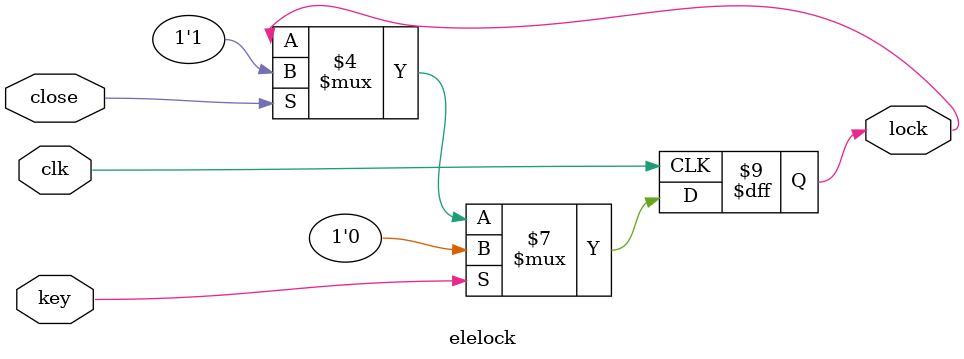
<source format=v>
module elelock(clk, key, close, lock);
    input clk, key, close;
    output lock;

    always @(posedge clk) begin
        if (key == 1'b1)
            lock <= 1'b0;
        else if (close == 1'b1)
            lock <= 1'b1;
    end
endmodule
</source>
